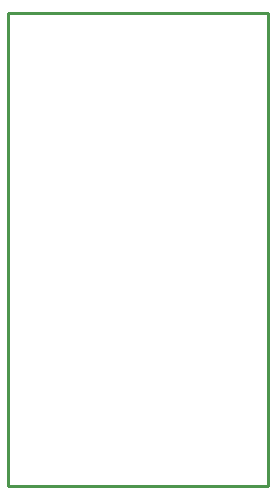
<source format=gko>
G04 Layer_Color=16711935*
%FSLAX25Y25*%
%MOIN*%
G70*
G01*
G75*
%ADD10C,0.01000*%
D10*
X0Y0D02*
Y157480D01*
X86614D01*
Y0D02*
Y157480D01*
X0Y0D02*
X86614D01*
M02*

</source>
